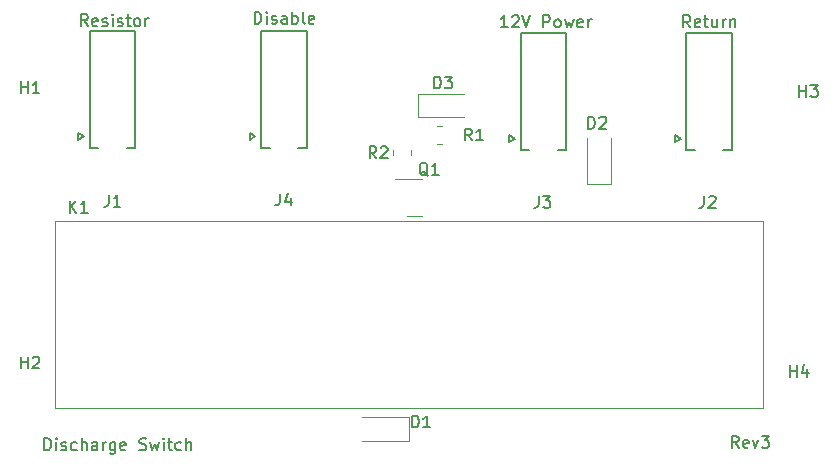
<source format=gbr>
%TF.GenerationSoftware,KiCad,Pcbnew,7.0.1*%
%TF.CreationDate,2023-07-05T17:42:56-06:00*%
%TF.ProjectId,Discharge_Switch,44697363-6861-4726-9765-5f5377697463,1*%
%TF.SameCoordinates,Original*%
%TF.FileFunction,Legend,Top*%
%TF.FilePolarity,Positive*%
%FSLAX46Y46*%
G04 Gerber Fmt 4.6, Leading zero omitted, Abs format (unit mm)*
G04 Created by KiCad (PCBNEW 7.0.1) date 2023-07-05 17:42:56*
%MOMM*%
%LPD*%
G01*
G04 APERTURE LIST*
%ADD10C,0.150000*%
%ADD11C,0.120000*%
%ADD12C,0.127000*%
G04 APERTURE END LIST*
D10*
X107038095Y-110677619D02*
X107038095Y-109677619D01*
X107038095Y-109677619D02*
X107276190Y-109677619D01*
X107276190Y-109677619D02*
X107419047Y-109725238D01*
X107419047Y-109725238D02*
X107514285Y-109820476D01*
X107514285Y-109820476D02*
X107561904Y-109915714D01*
X107561904Y-109915714D02*
X107609523Y-110106190D01*
X107609523Y-110106190D02*
X107609523Y-110249047D01*
X107609523Y-110249047D02*
X107561904Y-110439523D01*
X107561904Y-110439523D02*
X107514285Y-110534761D01*
X107514285Y-110534761D02*
X107419047Y-110630000D01*
X107419047Y-110630000D02*
X107276190Y-110677619D01*
X107276190Y-110677619D02*
X107038095Y-110677619D01*
X108038095Y-110677619D02*
X108038095Y-110010952D01*
X108038095Y-109677619D02*
X107990476Y-109725238D01*
X107990476Y-109725238D02*
X108038095Y-109772857D01*
X108038095Y-109772857D02*
X108085714Y-109725238D01*
X108085714Y-109725238D02*
X108038095Y-109677619D01*
X108038095Y-109677619D02*
X108038095Y-109772857D01*
X108466666Y-110630000D02*
X108561904Y-110677619D01*
X108561904Y-110677619D02*
X108752380Y-110677619D01*
X108752380Y-110677619D02*
X108847618Y-110630000D01*
X108847618Y-110630000D02*
X108895237Y-110534761D01*
X108895237Y-110534761D02*
X108895237Y-110487142D01*
X108895237Y-110487142D02*
X108847618Y-110391904D01*
X108847618Y-110391904D02*
X108752380Y-110344285D01*
X108752380Y-110344285D02*
X108609523Y-110344285D01*
X108609523Y-110344285D02*
X108514285Y-110296666D01*
X108514285Y-110296666D02*
X108466666Y-110201428D01*
X108466666Y-110201428D02*
X108466666Y-110153809D01*
X108466666Y-110153809D02*
X108514285Y-110058571D01*
X108514285Y-110058571D02*
X108609523Y-110010952D01*
X108609523Y-110010952D02*
X108752380Y-110010952D01*
X108752380Y-110010952D02*
X108847618Y-110058571D01*
X109752380Y-110630000D02*
X109657142Y-110677619D01*
X109657142Y-110677619D02*
X109466666Y-110677619D01*
X109466666Y-110677619D02*
X109371428Y-110630000D01*
X109371428Y-110630000D02*
X109323809Y-110582380D01*
X109323809Y-110582380D02*
X109276190Y-110487142D01*
X109276190Y-110487142D02*
X109276190Y-110201428D01*
X109276190Y-110201428D02*
X109323809Y-110106190D01*
X109323809Y-110106190D02*
X109371428Y-110058571D01*
X109371428Y-110058571D02*
X109466666Y-110010952D01*
X109466666Y-110010952D02*
X109657142Y-110010952D01*
X109657142Y-110010952D02*
X109752380Y-110058571D01*
X110180952Y-110677619D02*
X110180952Y-109677619D01*
X110609523Y-110677619D02*
X110609523Y-110153809D01*
X110609523Y-110153809D02*
X110561904Y-110058571D01*
X110561904Y-110058571D02*
X110466666Y-110010952D01*
X110466666Y-110010952D02*
X110323809Y-110010952D01*
X110323809Y-110010952D02*
X110228571Y-110058571D01*
X110228571Y-110058571D02*
X110180952Y-110106190D01*
X111514285Y-110677619D02*
X111514285Y-110153809D01*
X111514285Y-110153809D02*
X111466666Y-110058571D01*
X111466666Y-110058571D02*
X111371428Y-110010952D01*
X111371428Y-110010952D02*
X111180952Y-110010952D01*
X111180952Y-110010952D02*
X111085714Y-110058571D01*
X111514285Y-110630000D02*
X111419047Y-110677619D01*
X111419047Y-110677619D02*
X111180952Y-110677619D01*
X111180952Y-110677619D02*
X111085714Y-110630000D01*
X111085714Y-110630000D02*
X111038095Y-110534761D01*
X111038095Y-110534761D02*
X111038095Y-110439523D01*
X111038095Y-110439523D02*
X111085714Y-110344285D01*
X111085714Y-110344285D02*
X111180952Y-110296666D01*
X111180952Y-110296666D02*
X111419047Y-110296666D01*
X111419047Y-110296666D02*
X111514285Y-110249047D01*
X111990476Y-110677619D02*
X111990476Y-110010952D01*
X111990476Y-110201428D02*
X112038095Y-110106190D01*
X112038095Y-110106190D02*
X112085714Y-110058571D01*
X112085714Y-110058571D02*
X112180952Y-110010952D01*
X112180952Y-110010952D02*
X112276190Y-110010952D01*
X113038095Y-110010952D02*
X113038095Y-110820476D01*
X113038095Y-110820476D02*
X112990476Y-110915714D01*
X112990476Y-110915714D02*
X112942857Y-110963333D01*
X112942857Y-110963333D02*
X112847619Y-111010952D01*
X112847619Y-111010952D02*
X112704762Y-111010952D01*
X112704762Y-111010952D02*
X112609524Y-110963333D01*
X113038095Y-110630000D02*
X112942857Y-110677619D01*
X112942857Y-110677619D02*
X112752381Y-110677619D01*
X112752381Y-110677619D02*
X112657143Y-110630000D01*
X112657143Y-110630000D02*
X112609524Y-110582380D01*
X112609524Y-110582380D02*
X112561905Y-110487142D01*
X112561905Y-110487142D02*
X112561905Y-110201428D01*
X112561905Y-110201428D02*
X112609524Y-110106190D01*
X112609524Y-110106190D02*
X112657143Y-110058571D01*
X112657143Y-110058571D02*
X112752381Y-110010952D01*
X112752381Y-110010952D02*
X112942857Y-110010952D01*
X112942857Y-110010952D02*
X113038095Y-110058571D01*
X113895238Y-110630000D02*
X113800000Y-110677619D01*
X113800000Y-110677619D02*
X113609524Y-110677619D01*
X113609524Y-110677619D02*
X113514286Y-110630000D01*
X113514286Y-110630000D02*
X113466667Y-110534761D01*
X113466667Y-110534761D02*
X113466667Y-110153809D01*
X113466667Y-110153809D02*
X113514286Y-110058571D01*
X113514286Y-110058571D02*
X113609524Y-110010952D01*
X113609524Y-110010952D02*
X113800000Y-110010952D01*
X113800000Y-110010952D02*
X113895238Y-110058571D01*
X113895238Y-110058571D02*
X113942857Y-110153809D01*
X113942857Y-110153809D02*
X113942857Y-110249047D01*
X113942857Y-110249047D02*
X113466667Y-110344285D01*
X115085715Y-110630000D02*
X115228572Y-110677619D01*
X115228572Y-110677619D02*
X115466667Y-110677619D01*
X115466667Y-110677619D02*
X115561905Y-110630000D01*
X115561905Y-110630000D02*
X115609524Y-110582380D01*
X115609524Y-110582380D02*
X115657143Y-110487142D01*
X115657143Y-110487142D02*
X115657143Y-110391904D01*
X115657143Y-110391904D02*
X115609524Y-110296666D01*
X115609524Y-110296666D02*
X115561905Y-110249047D01*
X115561905Y-110249047D02*
X115466667Y-110201428D01*
X115466667Y-110201428D02*
X115276191Y-110153809D01*
X115276191Y-110153809D02*
X115180953Y-110106190D01*
X115180953Y-110106190D02*
X115133334Y-110058571D01*
X115133334Y-110058571D02*
X115085715Y-109963333D01*
X115085715Y-109963333D02*
X115085715Y-109868095D01*
X115085715Y-109868095D02*
X115133334Y-109772857D01*
X115133334Y-109772857D02*
X115180953Y-109725238D01*
X115180953Y-109725238D02*
X115276191Y-109677619D01*
X115276191Y-109677619D02*
X115514286Y-109677619D01*
X115514286Y-109677619D02*
X115657143Y-109725238D01*
X115990477Y-110010952D02*
X116180953Y-110677619D01*
X116180953Y-110677619D02*
X116371429Y-110201428D01*
X116371429Y-110201428D02*
X116561905Y-110677619D01*
X116561905Y-110677619D02*
X116752381Y-110010952D01*
X117133334Y-110677619D02*
X117133334Y-110010952D01*
X117133334Y-109677619D02*
X117085715Y-109725238D01*
X117085715Y-109725238D02*
X117133334Y-109772857D01*
X117133334Y-109772857D02*
X117180953Y-109725238D01*
X117180953Y-109725238D02*
X117133334Y-109677619D01*
X117133334Y-109677619D02*
X117133334Y-109772857D01*
X117466667Y-110010952D02*
X117847619Y-110010952D01*
X117609524Y-109677619D02*
X117609524Y-110534761D01*
X117609524Y-110534761D02*
X117657143Y-110630000D01*
X117657143Y-110630000D02*
X117752381Y-110677619D01*
X117752381Y-110677619D02*
X117847619Y-110677619D01*
X118609524Y-110630000D02*
X118514286Y-110677619D01*
X118514286Y-110677619D02*
X118323810Y-110677619D01*
X118323810Y-110677619D02*
X118228572Y-110630000D01*
X118228572Y-110630000D02*
X118180953Y-110582380D01*
X118180953Y-110582380D02*
X118133334Y-110487142D01*
X118133334Y-110487142D02*
X118133334Y-110201428D01*
X118133334Y-110201428D02*
X118180953Y-110106190D01*
X118180953Y-110106190D02*
X118228572Y-110058571D01*
X118228572Y-110058571D02*
X118323810Y-110010952D01*
X118323810Y-110010952D02*
X118514286Y-110010952D01*
X118514286Y-110010952D02*
X118609524Y-110058571D01*
X119038096Y-110677619D02*
X119038096Y-109677619D01*
X119466667Y-110677619D02*
X119466667Y-110153809D01*
X119466667Y-110153809D02*
X119419048Y-110058571D01*
X119419048Y-110058571D02*
X119323810Y-110010952D01*
X119323810Y-110010952D02*
X119180953Y-110010952D01*
X119180953Y-110010952D02*
X119085715Y-110058571D01*
X119085715Y-110058571D02*
X119038096Y-110106190D01*
X165809523Y-110483507D02*
X165476190Y-110007316D01*
X165238095Y-110483507D02*
X165238095Y-109483507D01*
X165238095Y-109483507D02*
X165619047Y-109483507D01*
X165619047Y-109483507D02*
X165714285Y-109531126D01*
X165714285Y-109531126D02*
X165761904Y-109578745D01*
X165761904Y-109578745D02*
X165809523Y-109673983D01*
X165809523Y-109673983D02*
X165809523Y-109816840D01*
X165809523Y-109816840D02*
X165761904Y-109912078D01*
X165761904Y-109912078D02*
X165714285Y-109959697D01*
X165714285Y-109959697D02*
X165619047Y-110007316D01*
X165619047Y-110007316D02*
X165238095Y-110007316D01*
X166619047Y-110435888D02*
X166523809Y-110483507D01*
X166523809Y-110483507D02*
X166333333Y-110483507D01*
X166333333Y-110483507D02*
X166238095Y-110435888D01*
X166238095Y-110435888D02*
X166190476Y-110340649D01*
X166190476Y-110340649D02*
X166190476Y-109959697D01*
X166190476Y-109959697D02*
X166238095Y-109864459D01*
X166238095Y-109864459D02*
X166333333Y-109816840D01*
X166333333Y-109816840D02*
X166523809Y-109816840D01*
X166523809Y-109816840D02*
X166619047Y-109864459D01*
X166619047Y-109864459D02*
X166666666Y-109959697D01*
X166666666Y-109959697D02*
X166666666Y-110054935D01*
X166666666Y-110054935D02*
X166190476Y-110150173D01*
X167000000Y-109816840D02*
X167238095Y-110483507D01*
X167238095Y-110483507D02*
X167476190Y-109816840D01*
X167761905Y-109483507D02*
X168380952Y-109483507D01*
X168380952Y-109483507D02*
X168047619Y-109864459D01*
X168047619Y-109864459D02*
X168190476Y-109864459D01*
X168190476Y-109864459D02*
X168285714Y-109912078D01*
X168285714Y-109912078D02*
X168333333Y-109959697D01*
X168333333Y-109959697D02*
X168380952Y-110054935D01*
X168380952Y-110054935D02*
X168380952Y-110293030D01*
X168380952Y-110293030D02*
X168333333Y-110388268D01*
X168333333Y-110388268D02*
X168285714Y-110435888D01*
X168285714Y-110435888D02*
X168190476Y-110483507D01*
X168190476Y-110483507D02*
X167904762Y-110483507D01*
X167904762Y-110483507D02*
X167809524Y-110435888D01*
X167809524Y-110435888D02*
X167761905Y-110388268D01*
X146264848Y-74880563D02*
X145693420Y-74880563D01*
X145979134Y-74880563D02*
X145979134Y-73880563D01*
X145979134Y-73880563D02*
X145883896Y-74023420D01*
X145883896Y-74023420D02*
X145788658Y-74118658D01*
X145788658Y-74118658D02*
X145693420Y-74166277D01*
X146645801Y-73975801D02*
X146693420Y-73928182D01*
X146693420Y-73928182D02*
X146788658Y-73880563D01*
X146788658Y-73880563D02*
X147026753Y-73880563D01*
X147026753Y-73880563D02*
X147121991Y-73928182D01*
X147121991Y-73928182D02*
X147169610Y-73975801D01*
X147169610Y-73975801D02*
X147217229Y-74071039D01*
X147217229Y-74071039D02*
X147217229Y-74166277D01*
X147217229Y-74166277D02*
X147169610Y-74309134D01*
X147169610Y-74309134D02*
X146598182Y-74880563D01*
X146598182Y-74880563D02*
X147217229Y-74880563D01*
X147502944Y-73880563D02*
X147836277Y-74880563D01*
X147836277Y-74880563D02*
X148169610Y-73880563D01*
X149264849Y-74880563D02*
X149264849Y-73880563D01*
X149264849Y-73880563D02*
X149645801Y-73880563D01*
X149645801Y-73880563D02*
X149741039Y-73928182D01*
X149741039Y-73928182D02*
X149788658Y-73975801D01*
X149788658Y-73975801D02*
X149836277Y-74071039D01*
X149836277Y-74071039D02*
X149836277Y-74213896D01*
X149836277Y-74213896D02*
X149788658Y-74309134D01*
X149788658Y-74309134D02*
X149741039Y-74356753D01*
X149741039Y-74356753D02*
X149645801Y-74404372D01*
X149645801Y-74404372D02*
X149264849Y-74404372D01*
X150407706Y-74880563D02*
X150312468Y-74832944D01*
X150312468Y-74832944D02*
X150264849Y-74785324D01*
X150264849Y-74785324D02*
X150217230Y-74690086D01*
X150217230Y-74690086D02*
X150217230Y-74404372D01*
X150217230Y-74404372D02*
X150264849Y-74309134D01*
X150264849Y-74309134D02*
X150312468Y-74261515D01*
X150312468Y-74261515D02*
X150407706Y-74213896D01*
X150407706Y-74213896D02*
X150550563Y-74213896D01*
X150550563Y-74213896D02*
X150645801Y-74261515D01*
X150645801Y-74261515D02*
X150693420Y-74309134D01*
X150693420Y-74309134D02*
X150741039Y-74404372D01*
X150741039Y-74404372D02*
X150741039Y-74690086D01*
X150741039Y-74690086D02*
X150693420Y-74785324D01*
X150693420Y-74785324D02*
X150645801Y-74832944D01*
X150645801Y-74832944D02*
X150550563Y-74880563D01*
X150550563Y-74880563D02*
X150407706Y-74880563D01*
X151074373Y-74213896D02*
X151264849Y-74880563D01*
X151264849Y-74880563D02*
X151455325Y-74404372D01*
X151455325Y-74404372D02*
X151645801Y-74880563D01*
X151645801Y-74880563D02*
X151836277Y-74213896D01*
X152598182Y-74832944D02*
X152502944Y-74880563D01*
X152502944Y-74880563D02*
X152312468Y-74880563D01*
X152312468Y-74880563D02*
X152217230Y-74832944D01*
X152217230Y-74832944D02*
X152169611Y-74737705D01*
X152169611Y-74737705D02*
X152169611Y-74356753D01*
X152169611Y-74356753D02*
X152217230Y-74261515D01*
X152217230Y-74261515D02*
X152312468Y-74213896D01*
X152312468Y-74213896D02*
X152502944Y-74213896D01*
X152502944Y-74213896D02*
X152598182Y-74261515D01*
X152598182Y-74261515D02*
X152645801Y-74356753D01*
X152645801Y-74356753D02*
X152645801Y-74451991D01*
X152645801Y-74451991D02*
X152169611Y-74547229D01*
X153074373Y-74880563D02*
X153074373Y-74213896D01*
X153074373Y-74404372D02*
X153121992Y-74309134D01*
X153121992Y-74309134D02*
X153169611Y-74261515D01*
X153169611Y-74261515D02*
X153264849Y-74213896D01*
X153264849Y-74213896D02*
X153360087Y-74213896D01*
X161712467Y-74880563D02*
X161379134Y-74404372D01*
X161141039Y-74880563D02*
X161141039Y-73880563D01*
X161141039Y-73880563D02*
X161521991Y-73880563D01*
X161521991Y-73880563D02*
X161617229Y-73928182D01*
X161617229Y-73928182D02*
X161664848Y-73975801D01*
X161664848Y-73975801D02*
X161712467Y-74071039D01*
X161712467Y-74071039D02*
X161712467Y-74213896D01*
X161712467Y-74213896D02*
X161664848Y-74309134D01*
X161664848Y-74309134D02*
X161617229Y-74356753D01*
X161617229Y-74356753D02*
X161521991Y-74404372D01*
X161521991Y-74404372D02*
X161141039Y-74404372D01*
X162521991Y-74832944D02*
X162426753Y-74880563D01*
X162426753Y-74880563D02*
X162236277Y-74880563D01*
X162236277Y-74880563D02*
X162141039Y-74832944D01*
X162141039Y-74832944D02*
X162093420Y-74737705D01*
X162093420Y-74737705D02*
X162093420Y-74356753D01*
X162093420Y-74356753D02*
X162141039Y-74261515D01*
X162141039Y-74261515D02*
X162236277Y-74213896D01*
X162236277Y-74213896D02*
X162426753Y-74213896D01*
X162426753Y-74213896D02*
X162521991Y-74261515D01*
X162521991Y-74261515D02*
X162569610Y-74356753D01*
X162569610Y-74356753D02*
X162569610Y-74451991D01*
X162569610Y-74451991D02*
X162093420Y-74547229D01*
X162855325Y-74213896D02*
X163236277Y-74213896D01*
X162998182Y-73880563D02*
X162998182Y-74737705D01*
X162998182Y-74737705D02*
X163045801Y-74832944D01*
X163045801Y-74832944D02*
X163141039Y-74880563D01*
X163141039Y-74880563D02*
X163236277Y-74880563D01*
X163998182Y-74213896D02*
X163998182Y-74880563D01*
X163569611Y-74213896D02*
X163569611Y-74737705D01*
X163569611Y-74737705D02*
X163617230Y-74832944D01*
X163617230Y-74832944D02*
X163712468Y-74880563D01*
X163712468Y-74880563D02*
X163855325Y-74880563D01*
X163855325Y-74880563D02*
X163950563Y-74832944D01*
X163950563Y-74832944D02*
X163998182Y-74785324D01*
X164474373Y-74880563D02*
X164474373Y-74213896D01*
X164474373Y-74404372D02*
X164521992Y-74309134D01*
X164521992Y-74309134D02*
X164569611Y-74261515D01*
X164569611Y-74261515D02*
X164664849Y-74213896D01*
X164664849Y-74213896D02*
X164760087Y-74213896D01*
X165093421Y-74213896D02*
X165093421Y-74880563D01*
X165093421Y-74309134D02*
X165141040Y-74261515D01*
X165141040Y-74261515D02*
X165236278Y-74213896D01*
X165236278Y-74213896D02*
X165379135Y-74213896D01*
X165379135Y-74213896D02*
X165474373Y-74261515D01*
X165474373Y-74261515D02*
X165521992Y-74356753D01*
X165521992Y-74356753D02*
X165521992Y-74880563D01*
X124841039Y-74580563D02*
X124841039Y-73580563D01*
X124841039Y-73580563D02*
X125079134Y-73580563D01*
X125079134Y-73580563D02*
X125221991Y-73628182D01*
X125221991Y-73628182D02*
X125317229Y-73723420D01*
X125317229Y-73723420D02*
X125364848Y-73818658D01*
X125364848Y-73818658D02*
X125412467Y-74009134D01*
X125412467Y-74009134D02*
X125412467Y-74151991D01*
X125412467Y-74151991D02*
X125364848Y-74342467D01*
X125364848Y-74342467D02*
X125317229Y-74437705D01*
X125317229Y-74437705D02*
X125221991Y-74532944D01*
X125221991Y-74532944D02*
X125079134Y-74580563D01*
X125079134Y-74580563D02*
X124841039Y-74580563D01*
X125841039Y-74580563D02*
X125841039Y-73913896D01*
X125841039Y-73580563D02*
X125793420Y-73628182D01*
X125793420Y-73628182D02*
X125841039Y-73675801D01*
X125841039Y-73675801D02*
X125888658Y-73628182D01*
X125888658Y-73628182D02*
X125841039Y-73580563D01*
X125841039Y-73580563D02*
X125841039Y-73675801D01*
X126269610Y-74532944D02*
X126364848Y-74580563D01*
X126364848Y-74580563D02*
X126555324Y-74580563D01*
X126555324Y-74580563D02*
X126650562Y-74532944D01*
X126650562Y-74532944D02*
X126698181Y-74437705D01*
X126698181Y-74437705D02*
X126698181Y-74390086D01*
X126698181Y-74390086D02*
X126650562Y-74294848D01*
X126650562Y-74294848D02*
X126555324Y-74247229D01*
X126555324Y-74247229D02*
X126412467Y-74247229D01*
X126412467Y-74247229D02*
X126317229Y-74199610D01*
X126317229Y-74199610D02*
X126269610Y-74104372D01*
X126269610Y-74104372D02*
X126269610Y-74056753D01*
X126269610Y-74056753D02*
X126317229Y-73961515D01*
X126317229Y-73961515D02*
X126412467Y-73913896D01*
X126412467Y-73913896D02*
X126555324Y-73913896D01*
X126555324Y-73913896D02*
X126650562Y-73961515D01*
X127555324Y-74580563D02*
X127555324Y-74056753D01*
X127555324Y-74056753D02*
X127507705Y-73961515D01*
X127507705Y-73961515D02*
X127412467Y-73913896D01*
X127412467Y-73913896D02*
X127221991Y-73913896D01*
X127221991Y-73913896D02*
X127126753Y-73961515D01*
X127555324Y-74532944D02*
X127460086Y-74580563D01*
X127460086Y-74580563D02*
X127221991Y-74580563D01*
X127221991Y-74580563D02*
X127126753Y-74532944D01*
X127126753Y-74532944D02*
X127079134Y-74437705D01*
X127079134Y-74437705D02*
X127079134Y-74342467D01*
X127079134Y-74342467D02*
X127126753Y-74247229D01*
X127126753Y-74247229D02*
X127221991Y-74199610D01*
X127221991Y-74199610D02*
X127460086Y-74199610D01*
X127460086Y-74199610D02*
X127555324Y-74151991D01*
X128031515Y-74580563D02*
X128031515Y-73580563D01*
X128031515Y-73961515D02*
X128126753Y-73913896D01*
X128126753Y-73913896D02*
X128317229Y-73913896D01*
X128317229Y-73913896D02*
X128412467Y-73961515D01*
X128412467Y-73961515D02*
X128460086Y-74009134D01*
X128460086Y-74009134D02*
X128507705Y-74104372D01*
X128507705Y-74104372D02*
X128507705Y-74390086D01*
X128507705Y-74390086D02*
X128460086Y-74485324D01*
X128460086Y-74485324D02*
X128412467Y-74532944D01*
X128412467Y-74532944D02*
X128317229Y-74580563D01*
X128317229Y-74580563D02*
X128126753Y-74580563D01*
X128126753Y-74580563D02*
X128031515Y-74532944D01*
X129079134Y-74580563D02*
X128983896Y-74532944D01*
X128983896Y-74532944D02*
X128936277Y-74437705D01*
X128936277Y-74437705D02*
X128936277Y-73580563D01*
X129841039Y-74532944D02*
X129745801Y-74580563D01*
X129745801Y-74580563D02*
X129555325Y-74580563D01*
X129555325Y-74580563D02*
X129460087Y-74532944D01*
X129460087Y-74532944D02*
X129412468Y-74437705D01*
X129412468Y-74437705D02*
X129412468Y-74056753D01*
X129412468Y-74056753D02*
X129460087Y-73961515D01*
X129460087Y-73961515D02*
X129555325Y-73913896D01*
X129555325Y-73913896D02*
X129745801Y-73913896D01*
X129745801Y-73913896D02*
X129841039Y-73961515D01*
X129841039Y-73961515D02*
X129888658Y-74056753D01*
X129888658Y-74056753D02*
X129888658Y-74151991D01*
X129888658Y-74151991D02*
X129412468Y-74247229D01*
X110712467Y-74780563D02*
X110379134Y-74304372D01*
X110141039Y-74780563D02*
X110141039Y-73780563D01*
X110141039Y-73780563D02*
X110521991Y-73780563D01*
X110521991Y-73780563D02*
X110617229Y-73828182D01*
X110617229Y-73828182D02*
X110664848Y-73875801D01*
X110664848Y-73875801D02*
X110712467Y-73971039D01*
X110712467Y-73971039D02*
X110712467Y-74113896D01*
X110712467Y-74113896D02*
X110664848Y-74209134D01*
X110664848Y-74209134D02*
X110617229Y-74256753D01*
X110617229Y-74256753D02*
X110521991Y-74304372D01*
X110521991Y-74304372D02*
X110141039Y-74304372D01*
X111521991Y-74732944D02*
X111426753Y-74780563D01*
X111426753Y-74780563D02*
X111236277Y-74780563D01*
X111236277Y-74780563D02*
X111141039Y-74732944D01*
X111141039Y-74732944D02*
X111093420Y-74637705D01*
X111093420Y-74637705D02*
X111093420Y-74256753D01*
X111093420Y-74256753D02*
X111141039Y-74161515D01*
X111141039Y-74161515D02*
X111236277Y-74113896D01*
X111236277Y-74113896D02*
X111426753Y-74113896D01*
X111426753Y-74113896D02*
X111521991Y-74161515D01*
X111521991Y-74161515D02*
X111569610Y-74256753D01*
X111569610Y-74256753D02*
X111569610Y-74351991D01*
X111569610Y-74351991D02*
X111093420Y-74447229D01*
X111950563Y-74732944D02*
X112045801Y-74780563D01*
X112045801Y-74780563D02*
X112236277Y-74780563D01*
X112236277Y-74780563D02*
X112331515Y-74732944D01*
X112331515Y-74732944D02*
X112379134Y-74637705D01*
X112379134Y-74637705D02*
X112379134Y-74590086D01*
X112379134Y-74590086D02*
X112331515Y-74494848D01*
X112331515Y-74494848D02*
X112236277Y-74447229D01*
X112236277Y-74447229D02*
X112093420Y-74447229D01*
X112093420Y-74447229D02*
X111998182Y-74399610D01*
X111998182Y-74399610D02*
X111950563Y-74304372D01*
X111950563Y-74304372D02*
X111950563Y-74256753D01*
X111950563Y-74256753D02*
X111998182Y-74161515D01*
X111998182Y-74161515D02*
X112093420Y-74113896D01*
X112093420Y-74113896D02*
X112236277Y-74113896D01*
X112236277Y-74113896D02*
X112331515Y-74161515D01*
X112807706Y-74780563D02*
X112807706Y-74113896D01*
X112807706Y-73780563D02*
X112760087Y-73828182D01*
X112760087Y-73828182D02*
X112807706Y-73875801D01*
X112807706Y-73875801D02*
X112855325Y-73828182D01*
X112855325Y-73828182D02*
X112807706Y-73780563D01*
X112807706Y-73780563D02*
X112807706Y-73875801D01*
X113236277Y-74732944D02*
X113331515Y-74780563D01*
X113331515Y-74780563D02*
X113521991Y-74780563D01*
X113521991Y-74780563D02*
X113617229Y-74732944D01*
X113617229Y-74732944D02*
X113664848Y-74637705D01*
X113664848Y-74637705D02*
X113664848Y-74590086D01*
X113664848Y-74590086D02*
X113617229Y-74494848D01*
X113617229Y-74494848D02*
X113521991Y-74447229D01*
X113521991Y-74447229D02*
X113379134Y-74447229D01*
X113379134Y-74447229D02*
X113283896Y-74399610D01*
X113283896Y-74399610D02*
X113236277Y-74304372D01*
X113236277Y-74304372D02*
X113236277Y-74256753D01*
X113236277Y-74256753D02*
X113283896Y-74161515D01*
X113283896Y-74161515D02*
X113379134Y-74113896D01*
X113379134Y-74113896D02*
X113521991Y-74113896D01*
X113521991Y-74113896D02*
X113617229Y-74161515D01*
X113950563Y-74113896D02*
X114331515Y-74113896D01*
X114093420Y-73780563D02*
X114093420Y-74637705D01*
X114093420Y-74637705D02*
X114141039Y-74732944D01*
X114141039Y-74732944D02*
X114236277Y-74780563D01*
X114236277Y-74780563D02*
X114331515Y-74780563D01*
X114807706Y-74780563D02*
X114712468Y-74732944D01*
X114712468Y-74732944D02*
X114664849Y-74685324D01*
X114664849Y-74685324D02*
X114617230Y-74590086D01*
X114617230Y-74590086D02*
X114617230Y-74304372D01*
X114617230Y-74304372D02*
X114664849Y-74209134D01*
X114664849Y-74209134D02*
X114712468Y-74161515D01*
X114712468Y-74161515D02*
X114807706Y-74113896D01*
X114807706Y-74113896D02*
X114950563Y-74113896D01*
X114950563Y-74113896D02*
X115045801Y-74161515D01*
X115045801Y-74161515D02*
X115093420Y-74209134D01*
X115093420Y-74209134D02*
X115141039Y-74304372D01*
X115141039Y-74304372D02*
X115141039Y-74590086D01*
X115141039Y-74590086D02*
X115093420Y-74685324D01*
X115093420Y-74685324D02*
X115045801Y-74732944D01*
X115045801Y-74732944D02*
X114950563Y-74780563D01*
X114950563Y-74780563D02*
X114807706Y-74780563D01*
X115569611Y-74780563D02*
X115569611Y-74113896D01*
X115569611Y-74304372D02*
X115617230Y-74209134D01*
X115617230Y-74209134D02*
X115664849Y-74161515D01*
X115664849Y-74161515D02*
X115760087Y-74113896D01*
X115760087Y-74113896D02*
X115855325Y-74113896D01*
%TO.C,K1*%
X109164849Y-90565563D02*
X109164849Y-89565563D01*
X109736277Y-90565563D02*
X109307706Y-89994134D01*
X109736277Y-89565563D02*
X109164849Y-90136991D01*
X110688658Y-90565563D02*
X110117230Y-90565563D01*
X110402944Y-90565563D02*
X110402944Y-89565563D01*
X110402944Y-89565563D02*
X110307706Y-89708420D01*
X110307706Y-89708420D02*
X110212468Y-89803658D01*
X110212468Y-89803658D02*
X110117230Y-89851277D01*
%TO.C,R1*%
X143236277Y-84465563D02*
X142902944Y-83989372D01*
X142664849Y-84465563D02*
X142664849Y-83465563D01*
X142664849Y-83465563D02*
X143045801Y-83465563D01*
X143045801Y-83465563D02*
X143141039Y-83513182D01*
X143141039Y-83513182D02*
X143188658Y-83560801D01*
X143188658Y-83560801D02*
X143236277Y-83656039D01*
X143236277Y-83656039D02*
X143236277Y-83798896D01*
X143236277Y-83798896D02*
X143188658Y-83894134D01*
X143188658Y-83894134D02*
X143141039Y-83941753D01*
X143141039Y-83941753D02*
X143045801Y-83989372D01*
X143045801Y-83989372D02*
X142664849Y-83989372D01*
X144188658Y-84465563D02*
X143617230Y-84465563D01*
X143902944Y-84465563D02*
X143902944Y-83465563D01*
X143902944Y-83465563D02*
X143807706Y-83608420D01*
X143807706Y-83608420D02*
X143712468Y-83703658D01*
X143712468Y-83703658D02*
X143617230Y-83751277D01*
%TO.C,D3*%
X140037849Y-80060563D02*
X140037849Y-79060563D01*
X140037849Y-79060563D02*
X140275944Y-79060563D01*
X140275944Y-79060563D02*
X140418801Y-79108182D01*
X140418801Y-79108182D02*
X140514039Y-79203420D01*
X140514039Y-79203420D02*
X140561658Y-79298658D01*
X140561658Y-79298658D02*
X140609277Y-79489134D01*
X140609277Y-79489134D02*
X140609277Y-79631991D01*
X140609277Y-79631991D02*
X140561658Y-79822467D01*
X140561658Y-79822467D02*
X140514039Y-79917705D01*
X140514039Y-79917705D02*
X140418801Y-80012944D01*
X140418801Y-80012944D02*
X140275944Y-80060563D01*
X140275944Y-80060563D02*
X140037849Y-80060563D01*
X140942611Y-79060563D02*
X141561658Y-79060563D01*
X141561658Y-79060563D02*
X141228325Y-79441515D01*
X141228325Y-79441515D02*
X141371182Y-79441515D01*
X141371182Y-79441515D02*
X141466420Y-79489134D01*
X141466420Y-79489134D02*
X141514039Y-79536753D01*
X141514039Y-79536753D02*
X141561658Y-79631991D01*
X141561658Y-79631991D02*
X141561658Y-79870086D01*
X141561658Y-79870086D02*
X141514039Y-79965324D01*
X141514039Y-79965324D02*
X141466420Y-80012944D01*
X141466420Y-80012944D02*
X141371182Y-80060563D01*
X141371182Y-80060563D02*
X141085468Y-80060563D01*
X141085468Y-80060563D02*
X140990230Y-80012944D01*
X140990230Y-80012944D02*
X140942611Y-79965324D01*
%TO.C,H1*%
X105041039Y-80462619D02*
X105041039Y-79462619D01*
X105041039Y-79938809D02*
X105612467Y-79938809D01*
X105612467Y-80462619D02*
X105612467Y-79462619D01*
X106612467Y-80462619D02*
X106041039Y-80462619D01*
X106326753Y-80462619D02*
X106326753Y-79462619D01*
X106326753Y-79462619D02*
X106231515Y-79605476D01*
X106231515Y-79605476D02*
X106136277Y-79700714D01*
X106136277Y-79700714D02*
X106041039Y-79748333D01*
%TO.C,D1*%
X138164849Y-108765563D02*
X138164849Y-107765563D01*
X138164849Y-107765563D02*
X138402944Y-107765563D01*
X138402944Y-107765563D02*
X138545801Y-107813182D01*
X138545801Y-107813182D02*
X138641039Y-107908420D01*
X138641039Y-107908420D02*
X138688658Y-108003658D01*
X138688658Y-108003658D02*
X138736277Y-108194134D01*
X138736277Y-108194134D02*
X138736277Y-108336991D01*
X138736277Y-108336991D02*
X138688658Y-108527467D01*
X138688658Y-108527467D02*
X138641039Y-108622705D01*
X138641039Y-108622705D02*
X138545801Y-108717944D01*
X138545801Y-108717944D02*
X138402944Y-108765563D01*
X138402944Y-108765563D02*
X138164849Y-108765563D01*
X139688658Y-108765563D02*
X139117230Y-108765563D01*
X139402944Y-108765563D02*
X139402944Y-107765563D01*
X139402944Y-107765563D02*
X139307706Y-107908420D01*
X139307706Y-107908420D02*
X139212468Y-108003658D01*
X139212468Y-108003658D02*
X139117230Y-108051277D01*
%TO.C,D2*%
X153064849Y-83465563D02*
X153064849Y-82465563D01*
X153064849Y-82465563D02*
X153302944Y-82465563D01*
X153302944Y-82465563D02*
X153445801Y-82513182D01*
X153445801Y-82513182D02*
X153541039Y-82608420D01*
X153541039Y-82608420D02*
X153588658Y-82703658D01*
X153588658Y-82703658D02*
X153636277Y-82894134D01*
X153636277Y-82894134D02*
X153636277Y-83036991D01*
X153636277Y-83036991D02*
X153588658Y-83227467D01*
X153588658Y-83227467D02*
X153541039Y-83322705D01*
X153541039Y-83322705D02*
X153445801Y-83417944D01*
X153445801Y-83417944D02*
X153302944Y-83465563D01*
X153302944Y-83465563D02*
X153064849Y-83465563D01*
X154017230Y-82560801D02*
X154064849Y-82513182D01*
X154064849Y-82513182D02*
X154160087Y-82465563D01*
X154160087Y-82465563D02*
X154398182Y-82465563D01*
X154398182Y-82465563D02*
X154493420Y-82513182D01*
X154493420Y-82513182D02*
X154541039Y-82560801D01*
X154541039Y-82560801D02*
X154588658Y-82656039D01*
X154588658Y-82656039D02*
X154588658Y-82751277D01*
X154588658Y-82751277D02*
X154541039Y-82894134D01*
X154541039Y-82894134D02*
X153969611Y-83465563D01*
X153969611Y-83465563D02*
X154588658Y-83465563D01*
%TO.C,H4*%
X170141039Y-104465563D02*
X170141039Y-103465563D01*
X170141039Y-103941753D02*
X170712467Y-103941753D01*
X170712467Y-104465563D02*
X170712467Y-103465563D01*
X171617229Y-103798896D02*
X171617229Y-104465563D01*
X171379134Y-103417944D02*
X171141039Y-104132229D01*
X171141039Y-104132229D02*
X171760086Y-104132229D01*
%TO.C,J3*%
X148869610Y-89165563D02*
X148869610Y-89879848D01*
X148869610Y-89879848D02*
X148821991Y-90022705D01*
X148821991Y-90022705D02*
X148726753Y-90117944D01*
X148726753Y-90117944D02*
X148583896Y-90165563D01*
X148583896Y-90165563D02*
X148488658Y-90165563D01*
X149250563Y-89165563D02*
X149869610Y-89165563D01*
X149869610Y-89165563D02*
X149536277Y-89546515D01*
X149536277Y-89546515D02*
X149679134Y-89546515D01*
X149679134Y-89546515D02*
X149774372Y-89594134D01*
X149774372Y-89594134D02*
X149821991Y-89641753D01*
X149821991Y-89641753D02*
X149869610Y-89736991D01*
X149869610Y-89736991D02*
X149869610Y-89975086D01*
X149869610Y-89975086D02*
X149821991Y-90070324D01*
X149821991Y-90070324D02*
X149774372Y-90117944D01*
X149774372Y-90117944D02*
X149679134Y-90165563D01*
X149679134Y-90165563D02*
X149393420Y-90165563D01*
X149393420Y-90165563D02*
X149298182Y-90117944D01*
X149298182Y-90117944D02*
X149250563Y-90070324D01*
%TO.C,H2*%
X105041039Y-103765563D02*
X105041039Y-102765563D01*
X105041039Y-103241753D02*
X105612467Y-103241753D01*
X105612467Y-103765563D02*
X105612467Y-102765563D01*
X106041039Y-102860801D02*
X106088658Y-102813182D01*
X106088658Y-102813182D02*
X106183896Y-102765563D01*
X106183896Y-102765563D02*
X106421991Y-102765563D01*
X106421991Y-102765563D02*
X106517229Y-102813182D01*
X106517229Y-102813182D02*
X106564848Y-102860801D01*
X106564848Y-102860801D02*
X106612467Y-102956039D01*
X106612467Y-102956039D02*
X106612467Y-103051277D01*
X106612467Y-103051277D02*
X106564848Y-103194134D01*
X106564848Y-103194134D02*
X105993420Y-103765563D01*
X105993420Y-103765563D02*
X106612467Y-103765563D01*
%TO.C,J2*%
X162869610Y-89165563D02*
X162869610Y-89879848D01*
X162869610Y-89879848D02*
X162821991Y-90022705D01*
X162821991Y-90022705D02*
X162726753Y-90117944D01*
X162726753Y-90117944D02*
X162583896Y-90165563D01*
X162583896Y-90165563D02*
X162488658Y-90165563D01*
X163298182Y-89260801D02*
X163345801Y-89213182D01*
X163345801Y-89213182D02*
X163441039Y-89165563D01*
X163441039Y-89165563D02*
X163679134Y-89165563D01*
X163679134Y-89165563D02*
X163774372Y-89213182D01*
X163774372Y-89213182D02*
X163821991Y-89260801D01*
X163821991Y-89260801D02*
X163869610Y-89356039D01*
X163869610Y-89356039D02*
X163869610Y-89451277D01*
X163869610Y-89451277D02*
X163821991Y-89594134D01*
X163821991Y-89594134D02*
X163250563Y-90165563D01*
X163250563Y-90165563D02*
X163869610Y-90165563D01*
%TO.C,H3*%
X170941039Y-80765563D02*
X170941039Y-79765563D01*
X170941039Y-80241753D02*
X171512467Y-80241753D01*
X171512467Y-80765563D02*
X171512467Y-79765563D01*
X171893420Y-79765563D02*
X172512467Y-79765563D01*
X172512467Y-79765563D02*
X172179134Y-80146515D01*
X172179134Y-80146515D02*
X172321991Y-80146515D01*
X172321991Y-80146515D02*
X172417229Y-80194134D01*
X172417229Y-80194134D02*
X172464848Y-80241753D01*
X172464848Y-80241753D02*
X172512467Y-80336991D01*
X172512467Y-80336991D02*
X172512467Y-80575086D01*
X172512467Y-80575086D02*
X172464848Y-80670324D01*
X172464848Y-80670324D02*
X172417229Y-80717944D01*
X172417229Y-80717944D02*
X172321991Y-80765563D01*
X172321991Y-80765563D02*
X172036277Y-80765563D01*
X172036277Y-80765563D02*
X171941039Y-80717944D01*
X171941039Y-80717944D02*
X171893420Y-80670324D01*
%TO.C,Q1*%
X139507705Y-87460801D02*
X139412467Y-87413182D01*
X139412467Y-87413182D02*
X139317229Y-87317944D01*
X139317229Y-87317944D02*
X139174372Y-87175086D01*
X139174372Y-87175086D02*
X139079134Y-87127467D01*
X139079134Y-87127467D02*
X138983896Y-87127467D01*
X139031515Y-87365563D02*
X138936277Y-87317944D01*
X138936277Y-87317944D02*
X138841039Y-87222705D01*
X138841039Y-87222705D02*
X138793420Y-87032229D01*
X138793420Y-87032229D02*
X138793420Y-86698896D01*
X138793420Y-86698896D02*
X138841039Y-86508420D01*
X138841039Y-86508420D02*
X138936277Y-86413182D01*
X138936277Y-86413182D02*
X139031515Y-86365563D01*
X139031515Y-86365563D02*
X139221991Y-86365563D01*
X139221991Y-86365563D02*
X139317229Y-86413182D01*
X139317229Y-86413182D02*
X139412467Y-86508420D01*
X139412467Y-86508420D02*
X139460086Y-86698896D01*
X139460086Y-86698896D02*
X139460086Y-87032229D01*
X139460086Y-87032229D02*
X139412467Y-87222705D01*
X139412467Y-87222705D02*
X139317229Y-87317944D01*
X139317229Y-87317944D02*
X139221991Y-87365563D01*
X139221991Y-87365563D02*
X139031515Y-87365563D01*
X140412467Y-87365563D02*
X139841039Y-87365563D01*
X140126753Y-87365563D02*
X140126753Y-86365563D01*
X140126753Y-86365563D02*
X140031515Y-86508420D01*
X140031515Y-86508420D02*
X139936277Y-86603658D01*
X139936277Y-86603658D02*
X139841039Y-86651277D01*
%TO.C,J1*%
X112469610Y-89065563D02*
X112469610Y-89779848D01*
X112469610Y-89779848D02*
X112421991Y-89922705D01*
X112421991Y-89922705D02*
X112326753Y-90017944D01*
X112326753Y-90017944D02*
X112183896Y-90065563D01*
X112183896Y-90065563D02*
X112088658Y-90065563D01*
X113469610Y-90065563D02*
X112898182Y-90065563D01*
X113183896Y-90065563D02*
X113183896Y-89065563D01*
X113183896Y-89065563D02*
X113088658Y-89208420D01*
X113088658Y-89208420D02*
X112993420Y-89303658D01*
X112993420Y-89303658D02*
X112898182Y-89351277D01*
%TO.C,J4*%
X126969610Y-88965563D02*
X126969610Y-89679848D01*
X126969610Y-89679848D02*
X126921991Y-89822705D01*
X126921991Y-89822705D02*
X126826753Y-89917944D01*
X126826753Y-89917944D02*
X126683896Y-89965563D01*
X126683896Y-89965563D02*
X126588658Y-89965563D01*
X127874372Y-89298896D02*
X127874372Y-89965563D01*
X127636277Y-88917944D02*
X127398182Y-89632229D01*
X127398182Y-89632229D02*
X128017229Y-89632229D01*
%TO.C,R2*%
X135136277Y-85965563D02*
X134802944Y-85489372D01*
X134564849Y-85965563D02*
X134564849Y-84965563D01*
X134564849Y-84965563D02*
X134945801Y-84965563D01*
X134945801Y-84965563D02*
X135041039Y-85013182D01*
X135041039Y-85013182D02*
X135088658Y-85060801D01*
X135088658Y-85060801D02*
X135136277Y-85156039D01*
X135136277Y-85156039D02*
X135136277Y-85298896D01*
X135136277Y-85298896D02*
X135088658Y-85394134D01*
X135088658Y-85394134D02*
X135041039Y-85441753D01*
X135041039Y-85441753D02*
X134945801Y-85489372D01*
X134945801Y-85489372D02*
X134564849Y-85489372D01*
X135517230Y-85060801D02*
X135564849Y-85013182D01*
X135564849Y-85013182D02*
X135660087Y-84965563D01*
X135660087Y-84965563D02*
X135898182Y-84965563D01*
X135898182Y-84965563D02*
X135993420Y-85013182D01*
X135993420Y-85013182D02*
X136041039Y-85060801D01*
X136041039Y-85060801D02*
X136088658Y-85156039D01*
X136088658Y-85156039D02*
X136088658Y-85251277D01*
X136088658Y-85251277D02*
X136041039Y-85394134D01*
X136041039Y-85394134D02*
X135469611Y-85965563D01*
X135469611Y-85965563D02*
X136088658Y-85965563D01*
D11*
%TO.C,K1*%
X107902944Y-91302944D02*
X167902944Y-91302944D01*
X107902944Y-107102944D02*
X107902944Y-91302944D01*
X107902944Y-107102944D02*
X167902944Y-107102944D01*
X167902944Y-91302944D02*
X167902944Y-107102944D01*
%TO.C,R1*%
X140275880Y-83267944D02*
X140730008Y-83267944D01*
X140275880Y-84737944D02*
X140730008Y-84737944D01*
%TO.C,D3*%
X138692944Y-80502944D02*
X138692944Y-82502944D01*
X138692944Y-80502944D02*
X142552944Y-80502944D01*
X138692944Y-82502944D02*
X142552944Y-82502944D01*
%TO.C,D1*%
X137912944Y-109902944D02*
X137912944Y-107902944D01*
X137912944Y-109902944D02*
X133902944Y-109902944D01*
X137912944Y-107902944D02*
X133902944Y-107902944D01*
%TO.C,D2*%
X153002944Y-88112944D02*
X155002944Y-88112944D01*
X153002944Y-88112944D02*
X153002944Y-84252944D01*
X155002944Y-88112944D02*
X155002944Y-84252944D01*
D12*
%TO.C,J3*%
X151227944Y-85312944D02*
X150502944Y-85312944D01*
X151227944Y-75402944D02*
X151227944Y-85312944D01*
X147377944Y-85312944D02*
X148102944Y-85312944D01*
X147377944Y-85312944D02*
X147377944Y-75402944D01*
X147377944Y-75402944D02*
X151227944Y-75402944D01*
X146902944Y-84302944D02*
X146402944Y-84002944D01*
X146402944Y-84602944D02*
X146902944Y-84302944D01*
X146402944Y-84002944D02*
X146402944Y-84602944D01*
%TO.C,J2*%
X165227944Y-85312944D02*
X164502944Y-85312944D01*
X165227944Y-75402944D02*
X165227944Y-85312944D01*
X161377944Y-85312944D02*
X162102944Y-85312944D01*
X161377944Y-85312944D02*
X161377944Y-75402944D01*
X161377944Y-75402944D02*
X165227944Y-75402944D01*
X160902944Y-84302944D02*
X160402944Y-84002944D01*
X160402944Y-84602944D02*
X160902944Y-84302944D01*
X160402944Y-84002944D02*
X160402944Y-84602944D01*
D11*
%TO.C,Q1*%
X138365444Y-87742944D02*
X136690444Y-87742944D01*
X138365444Y-87742944D02*
X139015444Y-87742944D01*
X138365444Y-90862944D02*
X137715444Y-90862944D01*
X138365444Y-90862944D02*
X139015444Y-90862944D01*
D12*
%TO.C,J1*%
X114727944Y-85122944D02*
X114002944Y-85122944D01*
X114727944Y-75212944D02*
X114727944Y-85122944D01*
X110877944Y-85122944D02*
X111602944Y-85122944D01*
X110877944Y-85122944D02*
X110877944Y-75212944D01*
X110877944Y-75212944D02*
X114727944Y-75212944D01*
X110402944Y-84112944D02*
X109902944Y-83812944D01*
X109902944Y-84412944D02*
X110402944Y-84112944D01*
X109902944Y-83812944D02*
X109902944Y-84412944D01*
%TO.C,J4*%
X129227944Y-85122944D02*
X128502944Y-85122944D01*
X129227944Y-75212944D02*
X129227944Y-85122944D01*
X125377944Y-85122944D02*
X126102944Y-85122944D01*
X125377944Y-85122944D02*
X125377944Y-75212944D01*
X125377944Y-75212944D02*
X129227944Y-75212944D01*
X124902944Y-84112944D02*
X124402944Y-83812944D01*
X124402944Y-84412944D02*
X124902944Y-84112944D01*
X124402944Y-83812944D02*
X124402944Y-84412944D01*
D11*
%TO.C,R2*%
X138037944Y-85275880D02*
X138037944Y-85730008D01*
X136567944Y-85275880D02*
X136567944Y-85730008D01*
%TD*%
M02*

</source>
